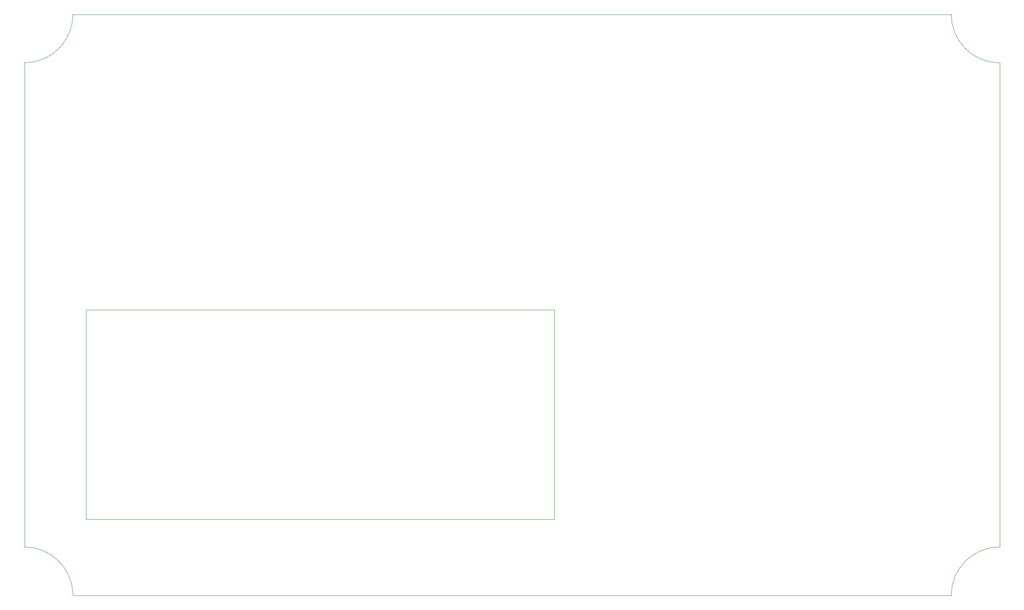
<source format=gbr>
G04 #@! TF.GenerationSoftware,KiCad,Pcbnew,(6.0.0-rc1-dev-1289-g6d8ca311f)*
G04 #@! TF.CreationDate,2018-12-30T23:18:30+01:00
G04 #@! TF.ProjectId,CT800_PCB,43543830-305f-4504-9342-2e6b69636164,rev?*
G04 #@! TF.SameCoordinates,Original*
G04 #@! TF.FileFunction,Profile,NP*
%FSLAX46Y46*%
G04 Gerber Fmt 4.6, Leading zero omitted, Abs format (unit mm)*
G04 Created by KiCad (PCBNEW (6.0.0-rc1-dev-1289-g6d8ca311f)) date 30.12.2018 23:18:30*
%MOMM*%
%LPD*%
G01*
G04 APERTURE LIST*
%ADD10C,0.050000*%
G04 APERTURE END LIST*
D10*
X41910000Y-147320000D02*
G75*
G02X52070000Y-157480000I0J-10160000D01*
G01*
X236220000Y-157480000D02*
G75*
G02X246380000Y-147320000I10160000J0D01*
G01*
X52070000Y-35560000D02*
G75*
G02X41910000Y-45720000I-10160000J0D01*
G01*
X246380000Y-45720000D02*
G75*
G02X236220000Y-35560000I0J10160000D01*
G01*
X41910000Y-45720000D02*
X41910000Y-147320000D01*
X236220000Y-35560000D02*
X52070000Y-35560000D01*
X246380000Y-147320000D02*
X246380000Y-45720000D01*
X52070000Y-157480000D02*
X236220000Y-157480000D01*
X54800000Y-141500000D02*
X54800000Y-97600000D01*
X153000000Y-141500000D02*
X54800000Y-141500000D01*
X153000000Y-97600000D02*
X153000000Y-141500000D01*
X54800000Y-97600000D02*
X153000000Y-97600000D01*
M02*

</source>
